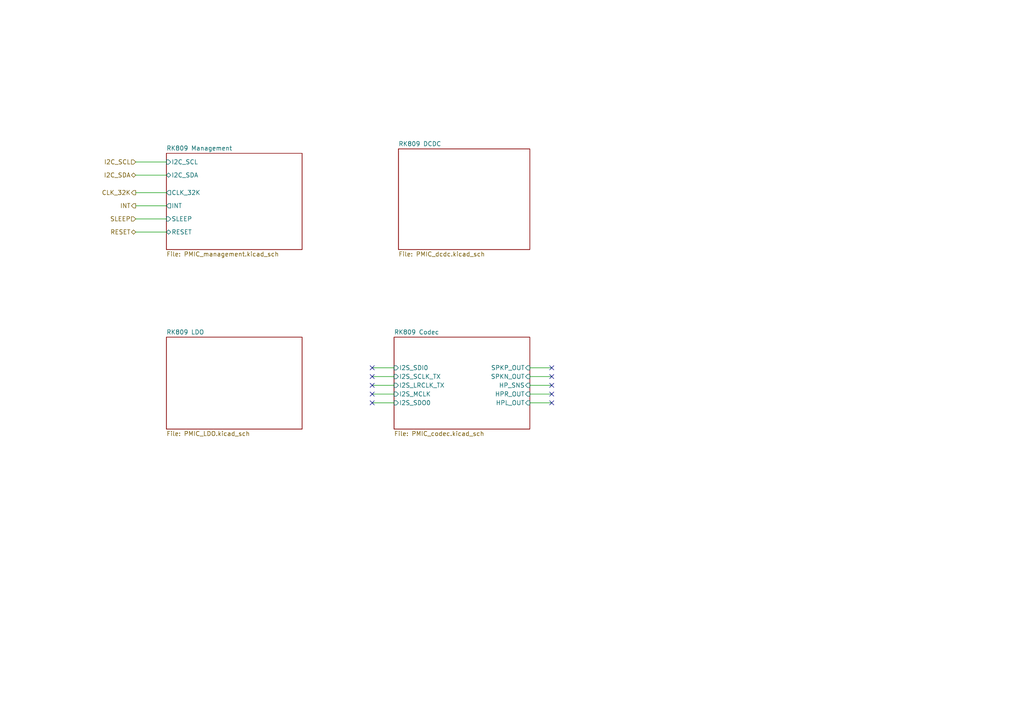
<source format=kicad_sch>
(kicad_sch (version 20230121) (generator eeschema)
  (paper "A4")
  (title_block (title "Leaf RV1126 PMIC") (date "2023-02-25") (rev "1") (company "Qingdao IotPi Information Technology"))
  (lib_symbols)
  (no_connect (at 160.02 109.22))
  (no_connect (at 160.02 111.76))
  (no_connect (at 160.02 106.68))
  (no_connect (at 107.95 106.68))
  (no_connect (at 107.95 116.84))
  (no_connect (at 160.02 116.84))
  (no_connect (at 107.95 114.3))
  (no_connect (at 160.02 114.3))
  (no_connect (at 107.95 109.22))
  (no_connect (at 107.95 111.76))
  (wire (pts (xy 160.02 111.76) (xy 153.67 111.76)))
  (wire (pts (xy 107.95 116.84) (xy 114.3 116.84)))
  (wire (pts (xy 107.95 114.3) (xy 114.3 114.3)))
  (wire (pts (xy 160.02 109.22) (xy 153.67 109.22)))
  (wire (pts (xy 160.02 114.3) (xy 153.67 114.3)))
  (wire (pts (xy 107.95 106.68) (xy 114.3 106.68)))
  (wire (pts (xy 39.37 67.31) (xy 48.26 67.31)))
  (wire (pts (xy 160.02 116.84) (xy 153.67 116.84)))
  (wire (pts (xy 107.95 111.76) (xy 114.3 111.76)))
  (wire (pts (xy 160.02 106.68) (xy 153.67 106.68)))
  (wire (pts (xy 39.37 59.69) (xy 48.26 59.69)))
  (wire (pts (xy 39.37 50.8) (xy 48.26 50.8)))
  (wire (pts (xy 39.37 63.5) (xy 48.26 63.5)))
  (wire (pts (xy 39.37 46.99) (xy 48.26 46.99)))
  (wire (pts (xy 39.37 55.88) (xy 48.26 55.88)))
  (wire (pts (xy 107.95 109.22) (xy 114.3 109.22)))
  (hierarchical_label "INT" (shape output) (at 39.37 59.69 180))
  (hierarchical_label "CLK_32K" (shape output) (at 39.37 55.88 180))
  (hierarchical_label "I2C_SCL" (shape input) (at 39.37 46.99 180))
  (hierarchical_label "RESET" (shape bidirectional) (at 39.37 67.31 180))
  (hierarchical_label "I2C_SDA" (shape bidirectional) (at 39.37 50.8 180))
  (hierarchical_label "SLEEP" (shape input) (at 39.37 63.5 180))
  (sheet (at 115.57 43.18) (size 38.1 29.21) (stroke (width 0.1524))
    (property "Sheetname" "RK809 DCDC" (at 115.57 42.4684 0) (effects (justify left bottom)))
    (property "Sheetfile" "PMIC_dcdc.kicad_sch" (at 115.57 72.9746 0) (effects (justify left top)))
  )
  (sheet (at 48.26 97.79) (size 39.37 26.67) (stroke (width 0.1524))
    (property "Sheetname" "RK809 LDO" (at 48.26 97.0784 0) (effects (justify left bottom)))
    (property "Sheetfile" "PMIC_LDO.kicad_sch" (at 48.26 125.0446 0) (effects (justify left top)))
  )
  (sheet (at 48.26 44.45) (size 39.37 27.94) (stroke (width 0.1524))
    (property "Sheetname" "RK809 Management" (at 48.26 43.7384 0) (effects (justify left bottom)))
    (property "Sheetfile" "PMIC_management.kicad_sch" (at 48.26 72.9746 0) (effects (justify left top)))
    (pin "I2C_SDA" bidirectional (at 48.26 50.8 180))
    (pin "CLK_32K" output (at 48.26 55.88 180))
    (pin "INT" output (at 48.26 59.69 180))
    (pin "I2C_SCL" input (at 48.26 46.99 180))
    (pin "SLEEP" input (at 48.26 63.5 180))
    (pin "RESET" bidirectional (at 48.26 67.31 180))
  )
  (sheet (at 114.3 97.79) (size 39.37 26.67) (stroke (width 0.1524))
    (property "Sheetname" "RK809 Codec" (at 114.3 97.0784 0) (effects (justify left bottom)))
    (property "Sheetfile" "PMIC_codec.kicad_sch" (at 114.3 125.0446 0) (effects (justify left top)))
    (pin "SPKN_OUT" input (at 153.67 109.22 0))
    (pin "HP_SNS" input (at 153.67 111.76 0))
    (pin "HPR_OUT" input (at 153.67 114.3 0))
    (pin "HPL_OUT" input (at 153.67 116.84 0))
    (pin "SPKP_OUT" input (at 153.67 106.68 0))
    (pin "I2S_SDI0" input (at 114.3 106.68 180))
    (pin "I2S_SCLK_TX" input (at 114.3 109.22 180))
    (pin "I2S_LRCLK_TX" input (at 114.3 111.76 180))
    (pin "I2S_MCLK" input (at 114.3 114.3 180))
    (pin "I2S_SDO0" input (at 114.3 116.84 180))
  )
)
</source>
